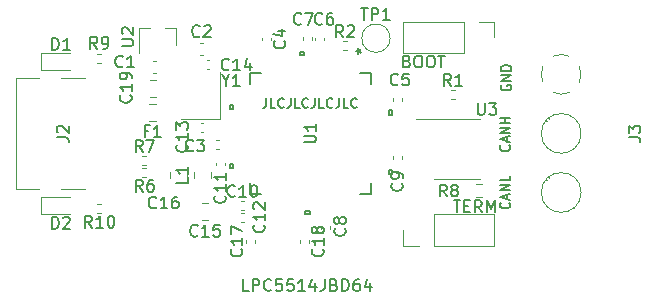
<source format=gbr>
%TF.GenerationSoftware,KiCad,Pcbnew,5.1.8*%
%TF.CreationDate,2020-12-05T00:24:13-05:00*%
%TF.ProjectId,cantankerous,63616e74-616e-46b6-9572-6f75732e6b69,rev?*%
%TF.SameCoordinates,Original*%
%TF.FileFunction,Legend,Top*%
%TF.FilePolarity,Positive*%
%FSLAX46Y46*%
G04 Gerber Fmt 4.6, Leading zero omitted, Abs format (unit mm)*
G04 Created by KiCad (PCBNEW 5.1.8) date 2020-12-05 00:24:13*
%MOMM*%
%LPD*%
G01*
G04 APERTURE LIST*
%ADD10C,0.150000*%
%ADD11C,0.120000*%
%ADD12C,0.152400*%
G04 APERTURE END LIST*
D10*
X141021261Y-102431904D02*
X141021261Y-103003333D01*
X140983166Y-103117619D01*
X140906976Y-103193809D01*
X140792690Y-103231904D01*
X140716500Y-103231904D01*
X141783166Y-103231904D02*
X141402214Y-103231904D01*
X141402214Y-102431904D01*
X142506976Y-103155714D02*
X142468880Y-103193809D01*
X142354595Y-103231904D01*
X142278404Y-103231904D01*
X142164119Y-103193809D01*
X142087928Y-103117619D01*
X142049833Y-103041428D01*
X142011738Y-102889047D01*
X142011738Y-102774761D01*
X142049833Y-102622380D01*
X142087928Y-102546190D01*
X142164119Y-102470000D01*
X142278404Y-102431904D01*
X142354595Y-102431904D01*
X142468880Y-102470000D01*
X142506976Y-102508095D01*
X143078404Y-102431904D02*
X143078404Y-103003333D01*
X143040309Y-103117619D01*
X142964119Y-103193809D01*
X142849833Y-103231904D01*
X142773642Y-103231904D01*
X143840309Y-103231904D02*
X143459357Y-103231904D01*
X143459357Y-102431904D01*
X144564119Y-103155714D02*
X144526023Y-103193809D01*
X144411738Y-103231904D01*
X144335547Y-103231904D01*
X144221261Y-103193809D01*
X144145071Y-103117619D01*
X144106976Y-103041428D01*
X144068880Y-102889047D01*
X144068880Y-102774761D01*
X144106976Y-102622380D01*
X144145071Y-102546190D01*
X144221261Y-102470000D01*
X144335547Y-102431904D01*
X144411738Y-102431904D01*
X144526023Y-102470000D01*
X144564119Y-102508095D01*
X145135547Y-102431904D02*
X145135547Y-103003333D01*
X145097452Y-103117619D01*
X145021261Y-103193809D01*
X144906976Y-103231904D01*
X144830785Y-103231904D01*
X145897452Y-103231904D02*
X145516500Y-103231904D01*
X145516500Y-102431904D01*
X146621261Y-103155714D02*
X146583166Y-103193809D01*
X146468880Y-103231904D01*
X146392690Y-103231904D01*
X146278404Y-103193809D01*
X146202214Y-103117619D01*
X146164119Y-103041428D01*
X146126023Y-102889047D01*
X146126023Y-102774761D01*
X146164119Y-102622380D01*
X146202214Y-102546190D01*
X146278404Y-102470000D01*
X146392690Y-102431904D01*
X146468880Y-102431904D01*
X146583166Y-102470000D01*
X146621261Y-102508095D01*
X147192690Y-102431904D02*
X147192690Y-103003333D01*
X147154595Y-103117619D01*
X147078404Y-103193809D01*
X146964119Y-103231904D01*
X146887928Y-103231904D01*
X147954595Y-103231904D02*
X147573642Y-103231904D01*
X147573642Y-102431904D01*
X148678404Y-103155714D02*
X148640309Y-103193809D01*
X148526023Y-103231904D01*
X148449833Y-103231904D01*
X148335547Y-103193809D01*
X148259357Y-103117619D01*
X148221261Y-103041428D01*
X148183166Y-102889047D01*
X148183166Y-102774761D01*
X148221261Y-102622380D01*
X148259357Y-102546190D01*
X148335547Y-102470000D01*
X148449833Y-102431904D01*
X148526023Y-102431904D01*
X148640309Y-102470000D01*
X148678404Y-102508095D01*
X160903500Y-101320523D02*
X160860642Y-101396714D01*
X160860642Y-101511000D01*
X160903500Y-101625285D01*
X160989214Y-101701476D01*
X161074928Y-101739571D01*
X161246357Y-101777666D01*
X161374928Y-101777666D01*
X161546357Y-101739571D01*
X161632071Y-101701476D01*
X161717785Y-101625285D01*
X161760642Y-101511000D01*
X161760642Y-101434809D01*
X161717785Y-101320523D01*
X161674928Y-101282428D01*
X161374928Y-101282428D01*
X161374928Y-101434809D01*
X161760642Y-100939571D02*
X160860642Y-100939571D01*
X161760642Y-100482428D01*
X160860642Y-100482428D01*
X161760642Y-100101476D02*
X160860642Y-100101476D01*
X160860642Y-99911000D01*
X160903500Y-99796714D01*
X160989214Y-99720523D01*
X161074928Y-99682428D01*
X161246357Y-99644333D01*
X161374928Y-99644333D01*
X161546357Y-99682428D01*
X161632071Y-99720523D01*
X161717785Y-99796714D01*
X161760642Y-99911000D01*
X161760642Y-100101476D01*
X161611428Y-106406833D02*
X161654285Y-106444928D01*
X161697142Y-106559214D01*
X161697142Y-106635404D01*
X161654285Y-106749690D01*
X161568571Y-106825880D01*
X161482857Y-106863976D01*
X161311428Y-106902071D01*
X161182857Y-106902071D01*
X161011428Y-106863976D01*
X160925714Y-106825880D01*
X160840000Y-106749690D01*
X160797142Y-106635404D01*
X160797142Y-106559214D01*
X160840000Y-106444928D01*
X160882857Y-106406833D01*
X161440000Y-106102071D02*
X161440000Y-105721119D01*
X161697142Y-106178261D02*
X160797142Y-105911595D01*
X161697142Y-105644928D01*
X161697142Y-105378261D02*
X160797142Y-105378261D01*
X161697142Y-104921119D01*
X160797142Y-104921119D01*
X161697142Y-104540166D02*
X160797142Y-104540166D01*
X161225714Y-104540166D02*
X161225714Y-104083023D01*
X161697142Y-104083023D02*
X160797142Y-104083023D01*
X161611428Y-111264595D02*
X161654285Y-111302690D01*
X161697142Y-111416976D01*
X161697142Y-111493166D01*
X161654285Y-111607452D01*
X161568571Y-111683642D01*
X161482857Y-111721738D01*
X161311428Y-111759833D01*
X161182857Y-111759833D01*
X161011428Y-111721738D01*
X160925714Y-111683642D01*
X160840000Y-111607452D01*
X160797142Y-111493166D01*
X160797142Y-111416976D01*
X160840000Y-111302690D01*
X160882857Y-111264595D01*
X161440000Y-110959833D02*
X161440000Y-110578880D01*
X161697142Y-111036023D02*
X160797142Y-110769357D01*
X161697142Y-110502690D01*
X161697142Y-110236023D02*
X160797142Y-110236023D01*
X161697142Y-109778880D01*
X160797142Y-109778880D01*
X161697142Y-109016976D02*
X161697142Y-109397928D01*
X160797142Y-109397928D01*
D11*
%TO.C,J3*%
X167669000Y-105410000D02*
G75*
G03*
X167669000Y-105410000I-1680000J0D01*
G01*
X167669000Y-110410000D02*
G75*
G03*
X167669000Y-110410000I-1680000J0D01*
G01*
X167058000Y-106685000D02*
X167012000Y-106638000D01*
X164750000Y-104376000D02*
X164715000Y-104341000D01*
X167264000Y-106480000D02*
X167228000Y-106445000D01*
X164966000Y-104183000D02*
X164920000Y-104136000D01*
X167058000Y-111685000D02*
X167012000Y-111638000D01*
X164750000Y-109376000D02*
X164715000Y-109341000D01*
X167264000Y-111480000D02*
X167228000Y-111445000D01*
X164966000Y-109183000D02*
X164920000Y-109136000D01*
X164308747Y-100438805D02*
G75*
G02*
X164454000Y-99726000I1680253J28805D01*
G01*
X165305958Y-98874574D02*
G75*
G02*
X166673000Y-98875000I683042J-1535426D01*
G01*
X167524426Y-99726958D02*
G75*
G02*
X167524000Y-101094000I-1535426J-683042D01*
G01*
X166672042Y-101945426D02*
G75*
G02*
X165305000Y-101945000I-683042J1535426D01*
G01*
X164454244Y-101093318D02*
G75*
G02*
X164309000Y-100410000I1534756J683318D01*
G01*
D12*
%TO.C,U1*%
X151384000Y-103850501D02*
X151384000Y-103469501D01*
X151638000Y-103850501D02*
X151384000Y-103850501D01*
X151638000Y-103469501D02*
X151638000Y-103850501D01*
X151384000Y-103469501D02*
X151638000Y-103469501D01*
X151384000Y-108850501D02*
X151384000Y-108469501D01*
X151638000Y-108850501D02*
X151384000Y-108850501D01*
X151638000Y-108469501D02*
X151638000Y-108850501D01*
X151384000Y-108469501D02*
X151638000Y-108469501D01*
X144720501Y-112014000D02*
X144720501Y-112268000D01*
X144339500Y-112014000D02*
X144720501Y-112014000D01*
X144339500Y-112268000D02*
X144339500Y-112014000D01*
X144720501Y-112268000D02*
X144339500Y-112268000D01*
X138176000Y-108350500D02*
X138176000Y-107969500D01*
X137922000Y-108350500D02*
X138176000Y-108350500D01*
X137922000Y-107969500D02*
X137922000Y-108350500D01*
X138176000Y-107969500D02*
X137922000Y-107969500D01*
X138176000Y-103350499D02*
X138176000Y-102969499D01*
X137922000Y-103350499D02*
X138176000Y-103350499D01*
X137922000Y-102969499D02*
X137922000Y-103350499D01*
X138176000Y-102969499D02*
X137922000Y-102969499D01*
X144220499Y-98806000D02*
X144220499Y-98552000D01*
X143839499Y-98806000D02*
X144220499Y-98806000D01*
X143839499Y-98552000D02*
X143839499Y-98806000D01*
X144220499Y-98552000D02*
X143839499Y-98552000D01*
X149910800Y-101212960D02*
X149910800Y-100279200D01*
X148977040Y-110540800D02*
X149910800Y-110540800D01*
X139649200Y-109607040D02*
X139649200Y-110540800D01*
X140582960Y-100279200D02*
X139649200Y-100279200D01*
X149910800Y-100279200D02*
X148977040Y-100279200D01*
X149910800Y-110540800D02*
X149910800Y-109607040D01*
X139649200Y-110540800D02*
X140582960Y-110540800D01*
X139649200Y-100279200D02*
X139649200Y-101212960D01*
D11*
%TO.C,Y1*%
X133820000Y-104192000D02*
X137120000Y-104192000D01*
X137120000Y-104192000D02*
X137120000Y-100192000D01*
%TO.C,C19*%
X131664252Y-102335000D02*
X131141748Y-102335000D01*
X131664252Y-100865000D02*
X131141748Y-100865000D01*
%TO.C,C2*%
X135389233Y-97724500D02*
X135681767Y-97724500D01*
X135389233Y-98744500D02*
X135681767Y-98744500D01*
%TO.C,C1*%
X131681267Y-100332000D02*
X131388733Y-100332000D01*
X131681267Y-99312000D02*
X131388733Y-99312000D01*
%TO.C,U2*%
X133403500Y-96474500D02*
X132473500Y-96474500D01*
X130243500Y-96474500D02*
X131173500Y-96474500D01*
X130243500Y-96474500D02*
X130243500Y-98634500D01*
X133403500Y-96474500D02*
X133403500Y-97934500D01*
%TO.C,R10*%
X127066621Y-112140000D02*
X126731379Y-112140000D01*
X127066621Y-111380000D02*
X126731379Y-111380000D01*
%TO.C,R9*%
X127066621Y-99440000D02*
X126731379Y-99440000D01*
X127066621Y-98680000D02*
X126731379Y-98680000D01*
%TO.C,D2*%
X124420500Y-110771000D02*
X121960500Y-110771000D01*
X121960500Y-110771000D02*
X121960500Y-112241000D01*
X121960500Y-112241000D02*
X124420500Y-112241000D01*
%TO.C,D1*%
X124420500Y-98579000D02*
X121960500Y-98579000D01*
X121960500Y-98579000D02*
X121960500Y-100049000D01*
X121960500Y-100049000D02*
X124420500Y-100049000D01*
%TO.C,C3*%
X136794165Y-106722500D02*
X137025835Y-106722500D01*
X136794165Y-106002500D02*
X137025835Y-106002500D01*
%TO.C,C4*%
X140673500Y-97297165D02*
X140673500Y-97528835D01*
X141393500Y-97297165D02*
X141393500Y-97528835D01*
%TO.C,C5*%
X152506000Y-102440665D02*
X152506000Y-102672335D01*
X151786000Y-102440665D02*
X151786000Y-102672335D01*
%TO.C,C6*%
X145182000Y-97297165D02*
X145182000Y-97528835D01*
X145902000Y-97297165D02*
X145902000Y-97528835D01*
%TO.C,C7*%
X144166000Y-97289165D02*
X144166000Y-97520835D01*
X144886000Y-97289165D02*
X144886000Y-97520835D01*
%TO.C,C8*%
X146410000Y-113467335D02*
X146410000Y-113235665D01*
X145690000Y-113467335D02*
X145690000Y-113235665D01*
%TO.C,C9*%
X151786000Y-107553835D02*
X151786000Y-107322165D01*
X152506000Y-107553835D02*
X152506000Y-107322165D01*
%TO.C,C10*%
X138881665Y-111146000D02*
X139113335Y-111146000D01*
X138881665Y-111866000D02*
X139113335Y-111866000D01*
%TO.C,C11*%
X136800000Y-108125335D02*
X136800000Y-107893665D01*
X137520000Y-108125335D02*
X137520000Y-107893665D01*
%TO.C,C12*%
X138881665Y-112882000D02*
X139113335Y-112882000D01*
X138881665Y-112162000D02*
X139113335Y-112162000D01*
%TO.C,C13*%
X135692335Y-105262000D02*
X135460665Y-105262000D01*
X135692335Y-104542000D02*
X135460665Y-104542000D01*
%TO.C,C14*%
X136200335Y-99208000D02*
X135968665Y-99208000D01*
X136200335Y-99928000D02*
X135968665Y-99928000D01*
%TO.C,C15*%
X136109252Y-111279000D02*
X135586748Y-111279000D01*
X136109252Y-112749000D02*
X135586748Y-112749000D01*
%TO.C,C16*%
X132869000Y-109205752D02*
X132869000Y-108683248D01*
X134339000Y-109205752D02*
X134339000Y-108683248D01*
%TO.C,C17*%
X140060000Y-114673835D02*
X140060000Y-114442165D01*
X139340000Y-114673835D02*
X139340000Y-114442165D01*
%TO.C,C18*%
X143912000Y-114442165D02*
X143912000Y-114673835D01*
X144632000Y-114442165D02*
X144632000Y-114673835D01*
%TO.C,F1*%
X131642752Y-102922000D02*
X131120248Y-102922000D01*
X131642752Y-104342000D02*
X131120248Y-104342000D01*
%TO.C,J2*%
X119861500Y-100710000D02*
X119861500Y-110110000D01*
X125661500Y-110110000D02*
X123661500Y-110110000D01*
X121761500Y-110110000D02*
X119861500Y-110110000D01*
X125661500Y-100710000D02*
X123661500Y-100710000D01*
X121761500Y-100710000D02*
X119861500Y-100710000D01*
%TO.C,BOOT*%
X152594000Y-95952000D02*
X152594000Y-98612000D01*
X157734000Y-95952000D02*
X152594000Y-95952000D01*
X157734000Y-98612000D02*
X152594000Y-98612000D01*
X157734000Y-95952000D02*
X157734000Y-98612000D01*
X159004000Y-95952000D02*
X160334000Y-95952000D01*
X160334000Y-95952000D02*
X160334000Y-97282000D01*
%TO.C,TERM*%
X152594000Y-114931500D02*
X152594000Y-113601500D01*
X153924000Y-114931500D02*
X152594000Y-114931500D01*
X155194000Y-114931500D02*
X155194000Y-112271500D01*
X155194000Y-112271500D02*
X160334000Y-112271500D01*
X155194000Y-114931500D02*
X160334000Y-114931500D01*
X160334000Y-114931500D02*
X160334000Y-112271500D01*
%TO.C,L1*%
X136371000Y-109205752D02*
X136371000Y-108683248D01*
X134901000Y-109205752D02*
X134901000Y-108683248D01*
%TO.C,R1*%
X156651379Y-102488000D02*
X156986621Y-102488000D01*
X156651379Y-101728000D02*
X156986621Y-101728000D01*
%TO.C,R2*%
X147533379Y-98360500D02*
X147868621Y-98360500D01*
X147533379Y-97600500D02*
X147868621Y-97600500D01*
%TO.C,R6*%
X130876621Y-109092000D02*
X130541379Y-109092000D01*
X130876621Y-108332000D02*
X130541379Y-108332000D01*
%TO.C,R7*%
X130541379Y-108076000D02*
X130876621Y-108076000D01*
X130541379Y-107316000D02*
X130876621Y-107316000D01*
%TO.C,R8*%
X158812776Y-110758500D02*
X159322224Y-110758500D01*
X158812776Y-109713500D02*
X159322224Y-109713500D01*
%TO.C,TP1*%
X151504500Y-97345500D02*
G75*
G03*
X151504500Y-97345500I-1200000J0D01*
G01*
%TO.C,U3*%
X157161000Y-104183500D02*
X153711000Y-104183500D01*
X157161000Y-104183500D02*
X159111000Y-104183500D01*
X157161000Y-109303500D02*
X155211000Y-109303500D01*
X157161000Y-109303500D02*
X159111000Y-109303500D01*
%TO.C,J3*%
D10*
X171701380Y-105743333D02*
X172415666Y-105743333D01*
X172558523Y-105790952D01*
X172653761Y-105886190D01*
X172701380Y-106029047D01*
X172701380Y-106124285D01*
X171701380Y-105362380D02*
X171701380Y-104743333D01*
X172082333Y-105076666D01*
X172082333Y-104933809D01*
X172129952Y-104838571D01*
X172177571Y-104790952D01*
X172272809Y-104743333D01*
X172510904Y-104743333D01*
X172606142Y-104790952D01*
X172653761Y-104838571D01*
X172701380Y-104933809D01*
X172701380Y-105219523D01*
X172653761Y-105314761D01*
X172606142Y-105362380D01*
%TO.C,U1*%
X144232380Y-106171904D02*
X145041904Y-106171904D01*
X145137142Y-106124285D01*
X145184761Y-106076666D01*
X145232380Y-105981428D01*
X145232380Y-105790952D01*
X145184761Y-105695714D01*
X145137142Y-105648095D01*
X145041904Y-105600476D01*
X144232380Y-105600476D01*
X145232380Y-104600476D02*
X145232380Y-105171904D01*
X145232380Y-104886190D02*
X144232380Y-104886190D01*
X144375238Y-104981428D01*
X144470476Y-105076666D01*
X144518095Y-105171904D01*
X139533928Y-118752880D02*
X139057738Y-118752880D01*
X139057738Y-117752880D01*
X139867261Y-118752880D02*
X139867261Y-117752880D01*
X140248214Y-117752880D01*
X140343452Y-117800500D01*
X140391071Y-117848119D01*
X140438690Y-117943357D01*
X140438690Y-118086214D01*
X140391071Y-118181452D01*
X140343452Y-118229071D01*
X140248214Y-118276690D01*
X139867261Y-118276690D01*
X141438690Y-118657642D02*
X141391071Y-118705261D01*
X141248214Y-118752880D01*
X141152976Y-118752880D01*
X141010119Y-118705261D01*
X140914880Y-118610023D01*
X140867261Y-118514785D01*
X140819642Y-118324309D01*
X140819642Y-118181452D01*
X140867261Y-117990976D01*
X140914880Y-117895738D01*
X141010119Y-117800500D01*
X141152976Y-117752880D01*
X141248214Y-117752880D01*
X141391071Y-117800500D01*
X141438690Y-117848119D01*
X142343452Y-117752880D02*
X141867261Y-117752880D01*
X141819642Y-118229071D01*
X141867261Y-118181452D01*
X141962500Y-118133833D01*
X142200595Y-118133833D01*
X142295833Y-118181452D01*
X142343452Y-118229071D01*
X142391071Y-118324309D01*
X142391071Y-118562404D01*
X142343452Y-118657642D01*
X142295833Y-118705261D01*
X142200595Y-118752880D01*
X141962500Y-118752880D01*
X141867261Y-118705261D01*
X141819642Y-118657642D01*
X143295833Y-117752880D02*
X142819642Y-117752880D01*
X142772023Y-118229071D01*
X142819642Y-118181452D01*
X142914880Y-118133833D01*
X143152976Y-118133833D01*
X143248214Y-118181452D01*
X143295833Y-118229071D01*
X143343452Y-118324309D01*
X143343452Y-118562404D01*
X143295833Y-118657642D01*
X143248214Y-118705261D01*
X143152976Y-118752880D01*
X142914880Y-118752880D01*
X142819642Y-118705261D01*
X142772023Y-118657642D01*
X144295833Y-118752880D02*
X143724404Y-118752880D01*
X144010119Y-118752880D02*
X144010119Y-117752880D01*
X143914880Y-117895738D01*
X143819642Y-117990976D01*
X143724404Y-118038595D01*
X145152976Y-118086214D02*
X145152976Y-118752880D01*
X144914880Y-117705261D02*
X144676785Y-118419547D01*
X145295833Y-118419547D01*
X145962500Y-117752880D02*
X145962500Y-118467166D01*
X145914880Y-118610023D01*
X145819642Y-118705261D01*
X145676785Y-118752880D01*
X145581547Y-118752880D01*
X146772023Y-118229071D02*
X146914880Y-118276690D01*
X146962500Y-118324309D01*
X147010119Y-118419547D01*
X147010119Y-118562404D01*
X146962500Y-118657642D01*
X146914880Y-118705261D01*
X146819642Y-118752880D01*
X146438690Y-118752880D01*
X146438690Y-117752880D01*
X146772023Y-117752880D01*
X146867261Y-117800500D01*
X146914880Y-117848119D01*
X146962500Y-117943357D01*
X146962500Y-118038595D01*
X146914880Y-118133833D01*
X146867261Y-118181452D01*
X146772023Y-118229071D01*
X146438690Y-118229071D01*
X147438690Y-118752880D02*
X147438690Y-117752880D01*
X147676785Y-117752880D01*
X147819642Y-117800500D01*
X147914880Y-117895738D01*
X147962500Y-117990976D01*
X148010119Y-118181452D01*
X148010119Y-118324309D01*
X147962500Y-118514785D01*
X147914880Y-118610023D01*
X147819642Y-118705261D01*
X147676785Y-118752880D01*
X147438690Y-118752880D01*
X148867261Y-117752880D02*
X148676785Y-117752880D01*
X148581547Y-117800500D01*
X148533928Y-117848119D01*
X148438690Y-117990976D01*
X148391071Y-118181452D01*
X148391071Y-118562404D01*
X148438690Y-118657642D01*
X148486309Y-118705261D01*
X148581547Y-118752880D01*
X148772023Y-118752880D01*
X148867261Y-118705261D01*
X148914880Y-118657642D01*
X148962500Y-118562404D01*
X148962500Y-118324309D01*
X148914880Y-118229071D01*
X148867261Y-118181452D01*
X148772023Y-118133833D01*
X148581547Y-118133833D01*
X148486309Y-118181452D01*
X148438690Y-118229071D01*
X148391071Y-118324309D01*
X149819642Y-118086214D02*
X149819642Y-118752880D01*
X149581547Y-117705261D02*
X149343452Y-118419547D01*
X149962500Y-118419547D01*
X148613380Y-98425000D02*
X148851476Y-98425000D01*
X148756238Y-98663095D02*
X148851476Y-98425000D01*
X148756238Y-98186904D01*
X149041952Y-98567857D02*
X148851476Y-98425000D01*
X149041952Y-98282142D01*
X148613380Y-98425000D02*
X148851476Y-98425000D01*
X148756238Y-98663095D02*
X148851476Y-98425000D01*
X148756238Y-98186904D01*
X149041952Y-98567857D02*
X148851476Y-98425000D01*
X149041952Y-98282142D01*
%TO.C,Y1*%
X137572809Y-100941190D02*
X137572809Y-101417380D01*
X137239476Y-100417380D02*
X137572809Y-100941190D01*
X137906142Y-100417380D01*
X138763285Y-101417380D02*
X138191857Y-101417380D01*
X138477571Y-101417380D02*
X138477571Y-100417380D01*
X138382333Y-100560238D01*
X138287095Y-100655476D01*
X138191857Y-100703095D01*
%TO.C,C19*%
X129516142Y-102179357D02*
X129563761Y-102226976D01*
X129611380Y-102369833D01*
X129611380Y-102465071D01*
X129563761Y-102607928D01*
X129468523Y-102703166D01*
X129373285Y-102750785D01*
X129182809Y-102798404D01*
X129039952Y-102798404D01*
X128849476Y-102750785D01*
X128754238Y-102703166D01*
X128659000Y-102607928D01*
X128611380Y-102465071D01*
X128611380Y-102369833D01*
X128659000Y-102226976D01*
X128706619Y-102179357D01*
X129611380Y-101226976D02*
X129611380Y-101798404D01*
X129611380Y-101512690D02*
X128611380Y-101512690D01*
X128754238Y-101607928D01*
X128849476Y-101703166D01*
X128897095Y-101798404D01*
X129611380Y-100750785D02*
X129611380Y-100560309D01*
X129563761Y-100465071D01*
X129516142Y-100417452D01*
X129373285Y-100322214D01*
X129182809Y-100274595D01*
X128801857Y-100274595D01*
X128706619Y-100322214D01*
X128659000Y-100369833D01*
X128611380Y-100465071D01*
X128611380Y-100655547D01*
X128659000Y-100750785D01*
X128706619Y-100798404D01*
X128801857Y-100846023D01*
X129039952Y-100846023D01*
X129135190Y-100798404D01*
X129182809Y-100750785D01*
X129230428Y-100655547D01*
X129230428Y-100465071D01*
X129182809Y-100369833D01*
X129135190Y-100322214D01*
X129039952Y-100274595D01*
%TO.C,C2*%
X135368833Y-97161642D02*
X135321214Y-97209261D01*
X135178357Y-97256880D01*
X135083119Y-97256880D01*
X134940261Y-97209261D01*
X134845023Y-97114023D01*
X134797404Y-97018785D01*
X134749785Y-96828309D01*
X134749785Y-96685452D01*
X134797404Y-96494976D01*
X134845023Y-96399738D01*
X134940261Y-96304500D01*
X135083119Y-96256880D01*
X135178357Y-96256880D01*
X135321214Y-96304500D01*
X135368833Y-96352119D01*
X135749785Y-96352119D02*
X135797404Y-96304500D01*
X135892642Y-96256880D01*
X136130738Y-96256880D01*
X136225976Y-96304500D01*
X136273595Y-96352119D01*
X136321214Y-96447357D01*
X136321214Y-96542595D01*
X136273595Y-96685452D01*
X135702166Y-97256880D01*
X136321214Y-97256880D01*
%TO.C,C1*%
X128865333Y-99734642D02*
X128817714Y-99782261D01*
X128674857Y-99829880D01*
X128579619Y-99829880D01*
X128436761Y-99782261D01*
X128341523Y-99687023D01*
X128293904Y-99591785D01*
X128246285Y-99401309D01*
X128246285Y-99258452D01*
X128293904Y-99067976D01*
X128341523Y-98972738D01*
X128436761Y-98877500D01*
X128579619Y-98829880D01*
X128674857Y-98829880D01*
X128817714Y-98877500D01*
X128865333Y-98925119D01*
X129817714Y-99829880D02*
X129246285Y-99829880D01*
X129532000Y-99829880D02*
X129532000Y-98829880D01*
X129436761Y-98972738D01*
X129341523Y-99067976D01*
X129246285Y-99115595D01*
%TO.C,U2*%
X128775880Y-97996404D02*
X129585404Y-97996404D01*
X129680642Y-97948785D01*
X129728261Y-97901166D01*
X129775880Y-97805928D01*
X129775880Y-97615452D01*
X129728261Y-97520214D01*
X129680642Y-97472595D01*
X129585404Y-97424976D01*
X128775880Y-97424976D01*
X128871119Y-96996404D02*
X128823500Y-96948785D01*
X128775880Y-96853547D01*
X128775880Y-96615452D01*
X128823500Y-96520214D01*
X128871119Y-96472595D01*
X128966357Y-96424976D01*
X129061595Y-96424976D01*
X129204452Y-96472595D01*
X129775880Y-97044023D01*
X129775880Y-96424976D01*
%TO.C,R10*%
X126256142Y-113382380D02*
X125922809Y-112906190D01*
X125684714Y-113382380D02*
X125684714Y-112382380D01*
X126065666Y-112382380D01*
X126160904Y-112430000D01*
X126208523Y-112477619D01*
X126256142Y-112572857D01*
X126256142Y-112715714D01*
X126208523Y-112810952D01*
X126160904Y-112858571D01*
X126065666Y-112906190D01*
X125684714Y-112906190D01*
X127208523Y-113382380D02*
X126637095Y-113382380D01*
X126922809Y-113382380D02*
X126922809Y-112382380D01*
X126827571Y-112525238D01*
X126732333Y-112620476D01*
X126637095Y-112668095D01*
X127827571Y-112382380D02*
X127922809Y-112382380D01*
X128018047Y-112430000D01*
X128065666Y-112477619D01*
X128113285Y-112572857D01*
X128160904Y-112763333D01*
X128160904Y-113001428D01*
X128113285Y-113191904D01*
X128065666Y-113287142D01*
X128018047Y-113334761D01*
X127922809Y-113382380D01*
X127827571Y-113382380D01*
X127732333Y-113334761D01*
X127684714Y-113287142D01*
X127637095Y-113191904D01*
X127589476Y-113001428D01*
X127589476Y-112763333D01*
X127637095Y-112572857D01*
X127684714Y-112477619D01*
X127732333Y-112430000D01*
X127827571Y-112382380D01*
%TO.C,R9*%
X126694833Y-98242380D02*
X126361500Y-97766190D01*
X126123404Y-98242380D02*
X126123404Y-97242380D01*
X126504357Y-97242380D01*
X126599595Y-97290000D01*
X126647214Y-97337619D01*
X126694833Y-97432857D01*
X126694833Y-97575714D01*
X126647214Y-97670952D01*
X126599595Y-97718571D01*
X126504357Y-97766190D01*
X126123404Y-97766190D01*
X127171023Y-98242380D02*
X127361500Y-98242380D01*
X127456738Y-98194761D01*
X127504357Y-98147142D01*
X127599595Y-98004285D01*
X127647214Y-97813809D01*
X127647214Y-97432857D01*
X127599595Y-97337619D01*
X127551976Y-97290000D01*
X127456738Y-97242380D01*
X127266261Y-97242380D01*
X127171023Y-97290000D01*
X127123404Y-97337619D01*
X127075785Y-97432857D01*
X127075785Y-97670952D01*
X127123404Y-97766190D01*
X127171023Y-97813809D01*
X127266261Y-97861428D01*
X127456738Y-97861428D01*
X127551976Y-97813809D01*
X127599595Y-97766190D01*
X127647214Y-97670952D01*
%TO.C,D2*%
X122882404Y-113482380D02*
X122882404Y-112482380D01*
X123120500Y-112482380D01*
X123263357Y-112530000D01*
X123358595Y-112625238D01*
X123406214Y-112720476D01*
X123453833Y-112910952D01*
X123453833Y-113053809D01*
X123406214Y-113244285D01*
X123358595Y-113339523D01*
X123263357Y-113434761D01*
X123120500Y-113482380D01*
X122882404Y-113482380D01*
X123834785Y-112577619D02*
X123882404Y-112530000D01*
X123977642Y-112482380D01*
X124215738Y-112482380D01*
X124310976Y-112530000D01*
X124358595Y-112577619D01*
X124406214Y-112672857D01*
X124406214Y-112768095D01*
X124358595Y-112910952D01*
X123787166Y-113482380D01*
X124406214Y-113482380D01*
%TO.C,D1*%
X122882404Y-98336380D02*
X122882404Y-97336380D01*
X123120500Y-97336380D01*
X123263357Y-97384000D01*
X123358595Y-97479238D01*
X123406214Y-97574476D01*
X123453833Y-97764952D01*
X123453833Y-97907809D01*
X123406214Y-98098285D01*
X123358595Y-98193523D01*
X123263357Y-98288761D01*
X123120500Y-98336380D01*
X122882404Y-98336380D01*
X124406214Y-98336380D02*
X123834785Y-98336380D01*
X124120500Y-98336380D02*
X124120500Y-97336380D01*
X124025261Y-97479238D01*
X123930023Y-97574476D01*
X123834785Y-97622095D01*
%TO.C,C3*%
X134834333Y-106846642D02*
X134786714Y-106894261D01*
X134643857Y-106941880D01*
X134548619Y-106941880D01*
X134405761Y-106894261D01*
X134310523Y-106799023D01*
X134262904Y-106703785D01*
X134215285Y-106513309D01*
X134215285Y-106370452D01*
X134262904Y-106179976D01*
X134310523Y-106084738D01*
X134405761Y-105989500D01*
X134548619Y-105941880D01*
X134643857Y-105941880D01*
X134786714Y-105989500D01*
X134834333Y-106037119D01*
X135167666Y-105941880D02*
X135786714Y-105941880D01*
X135453380Y-106322833D01*
X135596238Y-106322833D01*
X135691476Y-106370452D01*
X135739095Y-106418071D01*
X135786714Y-106513309D01*
X135786714Y-106751404D01*
X135739095Y-106846642D01*
X135691476Y-106894261D01*
X135596238Y-106941880D01*
X135310523Y-106941880D01*
X135215285Y-106894261D01*
X135167666Y-106846642D01*
%TO.C,C4*%
X142550642Y-97579666D02*
X142598261Y-97627285D01*
X142645880Y-97770142D01*
X142645880Y-97865380D01*
X142598261Y-98008238D01*
X142503023Y-98103476D01*
X142407785Y-98151095D01*
X142217309Y-98198714D01*
X142074452Y-98198714D01*
X141883976Y-98151095D01*
X141788738Y-98103476D01*
X141693500Y-98008238D01*
X141645880Y-97865380D01*
X141645880Y-97770142D01*
X141693500Y-97627285D01*
X141741119Y-97579666D01*
X141979214Y-96722523D02*
X142645880Y-96722523D01*
X141598261Y-96960619D02*
X142312547Y-97198714D01*
X142312547Y-96579666D01*
%TO.C,C5*%
X152169833Y-101258642D02*
X152122214Y-101306261D01*
X151979357Y-101353880D01*
X151884119Y-101353880D01*
X151741261Y-101306261D01*
X151646023Y-101211023D01*
X151598404Y-101115785D01*
X151550785Y-100925309D01*
X151550785Y-100782452D01*
X151598404Y-100591976D01*
X151646023Y-100496738D01*
X151741261Y-100401500D01*
X151884119Y-100353880D01*
X151979357Y-100353880D01*
X152122214Y-100401500D01*
X152169833Y-100449119D01*
X153074595Y-100353880D02*
X152598404Y-100353880D01*
X152550785Y-100830071D01*
X152598404Y-100782452D01*
X152693642Y-100734833D01*
X152931738Y-100734833D01*
X153026976Y-100782452D01*
X153074595Y-100830071D01*
X153122214Y-100925309D01*
X153122214Y-101163404D01*
X153074595Y-101258642D01*
X153026976Y-101306261D01*
X152931738Y-101353880D01*
X152693642Y-101353880D01*
X152598404Y-101306261D01*
X152550785Y-101258642D01*
%TO.C,C6*%
X145756333Y-96115142D02*
X145708714Y-96162761D01*
X145565857Y-96210380D01*
X145470619Y-96210380D01*
X145327761Y-96162761D01*
X145232523Y-96067523D01*
X145184904Y-95972285D01*
X145137285Y-95781809D01*
X145137285Y-95638952D01*
X145184904Y-95448476D01*
X145232523Y-95353238D01*
X145327761Y-95258000D01*
X145470619Y-95210380D01*
X145565857Y-95210380D01*
X145708714Y-95258000D01*
X145756333Y-95305619D01*
X146613476Y-95210380D02*
X146423000Y-95210380D01*
X146327761Y-95258000D01*
X146280142Y-95305619D01*
X146184904Y-95448476D01*
X146137285Y-95638952D01*
X146137285Y-96019904D01*
X146184904Y-96115142D01*
X146232523Y-96162761D01*
X146327761Y-96210380D01*
X146518238Y-96210380D01*
X146613476Y-96162761D01*
X146661095Y-96115142D01*
X146708714Y-96019904D01*
X146708714Y-95781809D01*
X146661095Y-95686571D01*
X146613476Y-95638952D01*
X146518238Y-95591333D01*
X146327761Y-95591333D01*
X146232523Y-95638952D01*
X146184904Y-95686571D01*
X146137285Y-95781809D01*
%TO.C,C7*%
X143978333Y-96115142D02*
X143930714Y-96162761D01*
X143787857Y-96210380D01*
X143692619Y-96210380D01*
X143549761Y-96162761D01*
X143454523Y-96067523D01*
X143406904Y-95972285D01*
X143359285Y-95781809D01*
X143359285Y-95638952D01*
X143406904Y-95448476D01*
X143454523Y-95353238D01*
X143549761Y-95258000D01*
X143692619Y-95210380D01*
X143787857Y-95210380D01*
X143930714Y-95258000D01*
X143978333Y-95305619D01*
X144311666Y-95210380D02*
X144978333Y-95210380D01*
X144549761Y-96210380D01*
%TO.C,C8*%
X147677142Y-113450666D02*
X147724761Y-113498285D01*
X147772380Y-113641142D01*
X147772380Y-113736380D01*
X147724761Y-113879238D01*
X147629523Y-113974476D01*
X147534285Y-114022095D01*
X147343809Y-114069714D01*
X147200952Y-114069714D01*
X147010476Y-114022095D01*
X146915238Y-113974476D01*
X146820000Y-113879238D01*
X146772380Y-113736380D01*
X146772380Y-113641142D01*
X146820000Y-113498285D01*
X146867619Y-113450666D01*
X147200952Y-112879238D02*
X147153333Y-112974476D01*
X147105714Y-113022095D01*
X147010476Y-113069714D01*
X146962857Y-113069714D01*
X146867619Y-113022095D01*
X146820000Y-112974476D01*
X146772380Y-112879238D01*
X146772380Y-112688761D01*
X146820000Y-112593523D01*
X146867619Y-112545904D01*
X146962857Y-112498285D01*
X147010476Y-112498285D01*
X147105714Y-112545904D01*
X147153333Y-112593523D01*
X147200952Y-112688761D01*
X147200952Y-112879238D01*
X147248571Y-112974476D01*
X147296190Y-113022095D01*
X147391428Y-113069714D01*
X147581904Y-113069714D01*
X147677142Y-113022095D01*
X147724761Y-112974476D01*
X147772380Y-112879238D01*
X147772380Y-112688761D01*
X147724761Y-112593523D01*
X147677142Y-112545904D01*
X147581904Y-112498285D01*
X147391428Y-112498285D01*
X147296190Y-112545904D01*
X147248571Y-112593523D01*
X147200952Y-112688761D01*
%TO.C,C9*%
X152503142Y-109640666D02*
X152550761Y-109688285D01*
X152598380Y-109831142D01*
X152598380Y-109926380D01*
X152550761Y-110069238D01*
X152455523Y-110164476D01*
X152360285Y-110212095D01*
X152169809Y-110259714D01*
X152026952Y-110259714D01*
X151836476Y-110212095D01*
X151741238Y-110164476D01*
X151646000Y-110069238D01*
X151598380Y-109926380D01*
X151598380Y-109831142D01*
X151646000Y-109688285D01*
X151693619Y-109640666D01*
X152598380Y-109164476D02*
X152598380Y-108974000D01*
X152550761Y-108878761D01*
X152503142Y-108831142D01*
X152360285Y-108735904D01*
X152169809Y-108688285D01*
X151788857Y-108688285D01*
X151693619Y-108735904D01*
X151646000Y-108783523D01*
X151598380Y-108878761D01*
X151598380Y-109069238D01*
X151646000Y-109164476D01*
X151693619Y-109212095D01*
X151788857Y-109259714D01*
X152026952Y-109259714D01*
X152122190Y-109212095D01*
X152169809Y-109164476D01*
X152217428Y-109069238D01*
X152217428Y-108878761D01*
X152169809Y-108783523D01*
X152122190Y-108735904D01*
X152026952Y-108688285D01*
%TO.C,C10*%
X138354642Y-110703142D02*
X138307023Y-110750761D01*
X138164166Y-110798380D01*
X138068928Y-110798380D01*
X137926071Y-110750761D01*
X137830833Y-110655523D01*
X137783214Y-110560285D01*
X137735595Y-110369809D01*
X137735595Y-110226952D01*
X137783214Y-110036476D01*
X137830833Y-109941238D01*
X137926071Y-109846000D01*
X138068928Y-109798380D01*
X138164166Y-109798380D01*
X138307023Y-109846000D01*
X138354642Y-109893619D01*
X139307023Y-110798380D02*
X138735595Y-110798380D01*
X139021309Y-110798380D02*
X139021309Y-109798380D01*
X138926071Y-109941238D01*
X138830833Y-110036476D01*
X138735595Y-110084095D01*
X139926071Y-109798380D02*
X140021309Y-109798380D01*
X140116547Y-109846000D01*
X140164166Y-109893619D01*
X140211785Y-109988857D01*
X140259404Y-110179333D01*
X140259404Y-110417428D01*
X140211785Y-110607904D01*
X140164166Y-110703142D01*
X140116547Y-110750761D01*
X140021309Y-110798380D01*
X139926071Y-110798380D01*
X139830833Y-110750761D01*
X139783214Y-110703142D01*
X139735595Y-110607904D01*
X139687976Y-110417428D01*
X139687976Y-110179333D01*
X139735595Y-109988857D01*
X139783214Y-109893619D01*
X139830833Y-109846000D01*
X139926071Y-109798380D01*
%TO.C,C11*%
X137517142Y-110688357D02*
X137564761Y-110735976D01*
X137612380Y-110878833D01*
X137612380Y-110974071D01*
X137564761Y-111116928D01*
X137469523Y-111212166D01*
X137374285Y-111259785D01*
X137183809Y-111307404D01*
X137040952Y-111307404D01*
X136850476Y-111259785D01*
X136755238Y-111212166D01*
X136660000Y-111116928D01*
X136612380Y-110974071D01*
X136612380Y-110878833D01*
X136660000Y-110735976D01*
X136707619Y-110688357D01*
X137612380Y-109735976D02*
X137612380Y-110307404D01*
X137612380Y-110021690D02*
X136612380Y-110021690D01*
X136755238Y-110116928D01*
X136850476Y-110212166D01*
X136898095Y-110307404D01*
X137612380Y-108783595D02*
X137612380Y-109355023D01*
X137612380Y-109069309D02*
X136612380Y-109069309D01*
X136755238Y-109164547D01*
X136850476Y-109259785D01*
X136898095Y-109355023D01*
%TO.C,C12*%
X140819142Y-113164857D02*
X140866761Y-113212476D01*
X140914380Y-113355333D01*
X140914380Y-113450571D01*
X140866761Y-113593428D01*
X140771523Y-113688666D01*
X140676285Y-113736285D01*
X140485809Y-113783904D01*
X140342952Y-113783904D01*
X140152476Y-113736285D01*
X140057238Y-113688666D01*
X139962000Y-113593428D01*
X139914380Y-113450571D01*
X139914380Y-113355333D01*
X139962000Y-113212476D01*
X140009619Y-113164857D01*
X140914380Y-112212476D02*
X140914380Y-112783904D01*
X140914380Y-112498190D02*
X139914380Y-112498190D01*
X140057238Y-112593428D01*
X140152476Y-112688666D01*
X140200095Y-112783904D01*
X140009619Y-111831523D02*
X139962000Y-111783904D01*
X139914380Y-111688666D01*
X139914380Y-111450571D01*
X139962000Y-111355333D01*
X140009619Y-111307714D01*
X140104857Y-111260095D01*
X140200095Y-111260095D01*
X140342952Y-111307714D01*
X140914380Y-111879142D01*
X140914380Y-111260095D01*
%TO.C,C13*%
X134278642Y-106370357D02*
X134326261Y-106417976D01*
X134373880Y-106560833D01*
X134373880Y-106656071D01*
X134326261Y-106798928D01*
X134231023Y-106894166D01*
X134135785Y-106941785D01*
X133945309Y-106989404D01*
X133802452Y-106989404D01*
X133611976Y-106941785D01*
X133516738Y-106894166D01*
X133421500Y-106798928D01*
X133373880Y-106656071D01*
X133373880Y-106560833D01*
X133421500Y-106417976D01*
X133469119Y-106370357D01*
X134373880Y-105417976D02*
X134373880Y-105989404D01*
X134373880Y-105703690D02*
X133373880Y-105703690D01*
X133516738Y-105798928D01*
X133611976Y-105894166D01*
X133659595Y-105989404D01*
X133373880Y-105084642D02*
X133373880Y-104465595D01*
X133754833Y-104798928D01*
X133754833Y-104656071D01*
X133802452Y-104560833D01*
X133850071Y-104513214D01*
X133945309Y-104465595D01*
X134183404Y-104465595D01*
X134278642Y-104513214D01*
X134326261Y-104560833D01*
X134373880Y-104656071D01*
X134373880Y-104941785D01*
X134326261Y-105037023D01*
X134278642Y-105084642D01*
%TO.C,C14*%
X137850642Y-99988642D02*
X137803023Y-100036261D01*
X137660166Y-100083880D01*
X137564928Y-100083880D01*
X137422071Y-100036261D01*
X137326833Y-99941023D01*
X137279214Y-99845785D01*
X137231595Y-99655309D01*
X137231595Y-99512452D01*
X137279214Y-99321976D01*
X137326833Y-99226738D01*
X137422071Y-99131500D01*
X137564928Y-99083880D01*
X137660166Y-99083880D01*
X137803023Y-99131500D01*
X137850642Y-99179119D01*
X138803023Y-100083880D02*
X138231595Y-100083880D01*
X138517309Y-100083880D02*
X138517309Y-99083880D01*
X138422071Y-99226738D01*
X138326833Y-99321976D01*
X138231595Y-99369595D01*
X139660166Y-99417214D02*
X139660166Y-100083880D01*
X139422071Y-99036261D02*
X139183976Y-99750547D01*
X139803023Y-99750547D01*
%TO.C,C15*%
X135205142Y-114051142D02*
X135157523Y-114098761D01*
X135014666Y-114146380D01*
X134919428Y-114146380D01*
X134776571Y-114098761D01*
X134681333Y-114003523D01*
X134633714Y-113908285D01*
X134586095Y-113717809D01*
X134586095Y-113574952D01*
X134633714Y-113384476D01*
X134681333Y-113289238D01*
X134776571Y-113194000D01*
X134919428Y-113146380D01*
X135014666Y-113146380D01*
X135157523Y-113194000D01*
X135205142Y-113241619D01*
X136157523Y-114146380D02*
X135586095Y-114146380D01*
X135871809Y-114146380D02*
X135871809Y-113146380D01*
X135776571Y-113289238D01*
X135681333Y-113384476D01*
X135586095Y-113432095D01*
X137062285Y-113146380D02*
X136586095Y-113146380D01*
X136538476Y-113622571D01*
X136586095Y-113574952D01*
X136681333Y-113527333D01*
X136919428Y-113527333D01*
X137014666Y-113574952D01*
X137062285Y-113622571D01*
X137109904Y-113717809D01*
X137109904Y-113955904D01*
X137062285Y-114051142D01*
X137014666Y-114098761D01*
X136919428Y-114146380D01*
X136681333Y-114146380D01*
X136586095Y-114098761D01*
X136538476Y-114051142D01*
%TO.C,C16*%
X131691142Y-111672642D02*
X131643523Y-111720261D01*
X131500666Y-111767880D01*
X131405428Y-111767880D01*
X131262571Y-111720261D01*
X131167333Y-111625023D01*
X131119714Y-111529785D01*
X131072095Y-111339309D01*
X131072095Y-111196452D01*
X131119714Y-111005976D01*
X131167333Y-110910738D01*
X131262571Y-110815500D01*
X131405428Y-110767880D01*
X131500666Y-110767880D01*
X131643523Y-110815500D01*
X131691142Y-110863119D01*
X132643523Y-111767880D02*
X132072095Y-111767880D01*
X132357809Y-111767880D02*
X132357809Y-110767880D01*
X132262571Y-110910738D01*
X132167333Y-111005976D01*
X132072095Y-111053595D01*
X133500666Y-110767880D02*
X133310190Y-110767880D01*
X133214952Y-110815500D01*
X133167333Y-110863119D01*
X133072095Y-111005976D01*
X133024476Y-111196452D01*
X133024476Y-111577404D01*
X133072095Y-111672642D01*
X133119714Y-111720261D01*
X133214952Y-111767880D01*
X133405428Y-111767880D01*
X133500666Y-111720261D01*
X133548285Y-111672642D01*
X133595904Y-111577404D01*
X133595904Y-111339309D01*
X133548285Y-111244071D01*
X133500666Y-111196452D01*
X133405428Y-111148833D01*
X133214952Y-111148833D01*
X133119714Y-111196452D01*
X133072095Y-111244071D01*
X133024476Y-111339309D01*
%TO.C,C17*%
X138897142Y-115200857D02*
X138944761Y-115248476D01*
X138992380Y-115391333D01*
X138992380Y-115486571D01*
X138944761Y-115629428D01*
X138849523Y-115724666D01*
X138754285Y-115772285D01*
X138563809Y-115819904D01*
X138420952Y-115819904D01*
X138230476Y-115772285D01*
X138135238Y-115724666D01*
X138040000Y-115629428D01*
X137992380Y-115486571D01*
X137992380Y-115391333D01*
X138040000Y-115248476D01*
X138087619Y-115200857D01*
X138992380Y-114248476D02*
X138992380Y-114819904D01*
X138992380Y-114534190D02*
X137992380Y-114534190D01*
X138135238Y-114629428D01*
X138230476Y-114724666D01*
X138278095Y-114819904D01*
X137992380Y-113915142D02*
X137992380Y-113248476D01*
X138992380Y-113677047D01*
%TO.C,C18*%
X145789142Y-115200857D02*
X145836761Y-115248476D01*
X145884380Y-115391333D01*
X145884380Y-115486571D01*
X145836761Y-115629428D01*
X145741523Y-115724666D01*
X145646285Y-115772285D01*
X145455809Y-115819904D01*
X145312952Y-115819904D01*
X145122476Y-115772285D01*
X145027238Y-115724666D01*
X144932000Y-115629428D01*
X144884380Y-115486571D01*
X144884380Y-115391333D01*
X144932000Y-115248476D01*
X144979619Y-115200857D01*
X145884380Y-114248476D02*
X145884380Y-114819904D01*
X145884380Y-114534190D02*
X144884380Y-114534190D01*
X145027238Y-114629428D01*
X145122476Y-114724666D01*
X145170095Y-114819904D01*
X145312952Y-113677047D02*
X145265333Y-113772285D01*
X145217714Y-113819904D01*
X145122476Y-113867523D01*
X145074857Y-113867523D01*
X144979619Y-113819904D01*
X144932000Y-113772285D01*
X144884380Y-113677047D01*
X144884380Y-113486571D01*
X144932000Y-113391333D01*
X144979619Y-113343714D01*
X145074857Y-113296095D01*
X145122476Y-113296095D01*
X145217714Y-113343714D01*
X145265333Y-113391333D01*
X145312952Y-113486571D01*
X145312952Y-113677047D01*
X145360571Y-113772285D01*
X145408190Y-113819904D01*
X145503428Y-113867523D01*
X145693904Y-113867523D01*
X145789142Y-113819904D01*
X145836761Y-113772285D01*
X145884380Y-113677047D01*
X145884380Y-113486571D01*
X145836761Y-113391333D01*
X145789142Y-113343714D01*
X145693904Y-113296095D01*
X145503428Y-113296095D01*
X145408190Y-113343714D01*
X145360571Y-113391333D01*
X145312952Y-113486571D01*
%TO.C,F1*%
X131048166Y-105210571D02*
X130714833Y-105210571D01*
X130714833Y-105734380D02*
X130714833Y-104734380D01*
X131191023Y-104734380D01*
X132095785Y-105734380D02*
X131524357Y-105734380D01*
X131810071Y-105734380D02*
X131810071Y-104734380D01*
X131714833Y-104877238D01*
X131619595Y-104972476D01*
X131524357Y-105020095D01*
%TO.C,J2*%
X123277380Y-105743333D02*
X123991666Y-105743333D01*
X124134523Y-105790952D01*
X124229761Y-105886190D01*
X124277380Y-106029047D01*
X124277380Y-106124285D01*
X123372619Y-105314761D02*
X123325000Y-105267142D01*
X123277380Y-105171904D01*
X123277380Y-104933809D01*
X123325000Y-104838571D01*
X123372619Y-104790952D01*
X123467857Y-104743333D01*
X123563095Y-104743333D01*
X123705952Y-104790952D01*
X124277380Y-105362380D01*
X124277380Y-104743333D01*
%TO.C,BOOT*%
X152947857Y-99306071D02*
X153090714Y-99353690D01*
X153138333Y-99401309D01*
X153185952Y-99496547D01*
X153185952Y-99639404D01*
X153138333Y-99734642D01*
X153090714Y-99782261D01*
X152995476Y-99829880D01*
X152614523Y-99829880D01*
X152614523Y-98829880D01*
X152947857Y-98829880D01*
X153043095Y-98877500D01*
X153090714Y-98925119D01*
X153138333Y-99020357D01*
X153138333Y-99115595D01*
X153090714Y-99210833D01*
X153043095Y-99258452D01*
X152947857Y-99306071D01*
X152614523Y-99306071D01*
X153805000Y-98829880D02*
X153995476Y-98829880D01*
X154090714Y-98877500D01*
X154185952Y-98972738D01*
X154233571Y-99163214D01*
X154233571Y-99496547D01*
X154185952Y-99687023D01*
X154090714Y-99782261D01*
X153995476Y-99829880D01*
X153805000Y-99829880D01*
X153709761Y-99782261D01*
X153614523Y-99687023D01*
X153566904Y-99496547D01*
X153566904Y-99163214D01*
X153614523Y-98972738D01*
X153709761Y-98877500D01*
X153805000Y-98829880D01*
X154852619Y-98829880D02*
X155043095Y-98829880D01*
X155138333Y-98877500D01*
X155233571Y-98972738D01*
X155281190Y-99163214D01*
X155281190Y-99496547D01*
X155233571Y-99687023D01*
X155138333Y-99782261D01*
X155043095Y-99829880D01*
X154852619Y-99829880D01*
X154757380Y-99782261D01*
X154662142Y-99687023D01*
X154614523Y-99496547D01*
X154614523Y-99163214D01*
X154662142Y-98972738D01*
X154757380Y-98877500D01*
X154852619Y-98829880D01*
X155566904Y-98829880D02*
X156138333Y-98829880D01*
X155852619Y-99829880D02*
X155852619Y-98829880D01*
%TO.C,TERM*%
X156876976Y-111085380D02*
X157448404Y-111085380D01*
X157162690Y-112085380D02*
X157162690Y-111085380D01*
X157781738Y-111561571D02*
X158115071Y-111561571D01*
X158257928Y-112085380D02*
X157781738Y-112085380D01*
X157781738Y-111085380D01*
X158257928Y-111085380D01*
X159257928Y-112085380D02*
X158924595Y-111609190D01*
X158686500Y-112085380D02*
X158686500Y-111085380D01*
X159067452Y-111085380D01*
X159162690Y-111133000D01*
X159210309Y-111180619D01*
X159257928Y-111275857D01*
X159257928Y-111418714D01*
X159210309Y-111513952D01*
X159162690Y-111561571D01*
X159067452Y-111609190D01*
X158686500Y-111609190D01*
X159686500Y-112085380D02*
X159686500Y-111085380D01*
X160019833Y-111799666D01*
X160353166Y-111085380D01*
X160353166Y-112085380D01*
%TO.C,L1*%
X134408380Y-109111166D02*
X134408380Y-109587357D01*
X133408380Y-109587357D01*
X134408380Y-108254023D02*
X134408380Y-108825452D01*
X134408380Y-108539738D02*
X133408380Y-108539738D01*
X133551238Y-108634976D01*
X133646476Y-108730214D01*
X133694095Y-108825452D01*
%TO.C,R1*%
X156652333Y-101390380D02*
X156319000Y-100914190D01*
X156080904Y-101390380D02*
X156080904Y-100390380D01*
X156461857Y-100390380D01*
X156557095Y-100438000D01*
X156604714Y-100485619D01*
X156652333Y-100580857D01*
X156652333Y-100723714D01*
X156604714Y-100818952D01*
X156557095Y-100866571D01*
X156461857Y-100914190D01*
X156080904Y-100914190D01*
X157604714Y-101390380D02*
X157033285Y-101390380D01*
X157319000Y-101390380D02*
X157319000Y-100390380D01*
X157223761Y-100533238D01*
X157128523Y-100628476D01*
X157033285Y-100676095D01*
%TO.C,R2*%
X147534333Y-97262880D02*
X147201000Y-96786690D01*
X146962904Y-97262880D02*
X146962904Y-96262880D01*
X147343857Y-96262880D01*
X147439095Y-96310500D01*
X147486714Y-96358119D01*
X147534333Y-96453357D01*
X147534333Y-96596214D01*
X147486714Y-96691452D01*
X147439095Y-96739071D01*
X147343857Y-96786690D01*
X146962904Y-96786690D01*
X147915285Y-96358119D02*
X147962904Y-96310500D01*
X148058142Y-96262880D01*
X148296238Y-96262880D01*
X148391476Y-96310500D01*
X148439095Y-96358119D01*
X148486714Y-96453357D01*
X148486714Y-96548595D01*
X148439095Y-96691452D01*
X147867666Y-97262880D01*
X148486714Y-97262880D01*
%TO.C,R6*%
X130542333Y-110334380D02*
X130209000Y-109858190D01*
X129970904Y-110334380D02*
X129970904Y-109334380D01*
X130351857Y-109334380D01*
X130447095Y-109382000D01*
X130494714Y-109429619D01*
X130542333Y-109524857D01*
X130542333Y-109667714D01*
X130494714Y-109762952D01*
X130447095Y-109810571D01*
X130351857Y-109858190D01*
X129970904Y-109858190D01*
X131399476Y-109334380D02*
X131209000Y-109334380D01*
X131113761Y-109382000D01*
X131066142Y-109429619D01*
X130970904Y-109572476D01*
X130923285Y-109762952D01*
X130923285Y-110143904D01*
X130970904Y-110239142D01*
X131018523Y-110286761D01*
X131113761Y-110334380D01*
X131304238Y-110334380D01*
X131399476Y-110286761D01*
X131447095Y-110239142D01*
X131494714Y-110143904D01*
X131494714Y-109905809D01*
X131447095Y-109810571D01*
X131399476Y-109762952D01*
X131304238Y-109715333D01*
X131113761Y-109715333D01*
X131018523Y-109762952D01*
X130970904Y-109810571D01*
X130923285Y-109905809D01*
%TO.C,R7*%
X130542333Y-106978380D02*
X130209000Y-106502190D01*
X129970904Y-106978380D02*
X129970904Y-105978380D01*
X130351857Y-105978380D01*
X130447095Y-106026000D01*
X130494714Y-106073619D01*
X130542333Y-106168857D01*
X130542333Y-106311714D01*
X130494714Y-106406952D01*
X130447095Y-106454571D01*
X130351857Y-106502190D01*
X129970904Y-106502190D01*
X130875666Y-105978380D02*
X131542333Y-105978380D01*
X131113761Y-106978380D01*
%TO.C,R8*%
X156297333Y-110751880D02*
X155964000Y-110275690D01*
X155725904Y-110751880D02*
X155725904Y-109751880D01*
X156106857Y-109751880D01*
X156202095Y-109799500D01*
X156249714Y-109847119D01*
X156297333Y-109942357D01*
X156297333Y-110085214D01*
X156249714Y-110180452D01*
X156202095Y-110228071D01*
X156106857Y-110275690D01*
X155725904Y-110275690D01*
X156868761Y-110180452D02*
X156773523Y-110132833D01*
X156725904Y-110085214D01*
X156678285Y-109989976D01*
X156678285Y-109942357D01*
X156725904Y-109847119D01*
X156773523Y-109799500D01*
X156868761Y-109751880D01*
X157059238Y-109751880D01*
X157154476Y-109799500D01*
X157202095Y-109847119D01*
X157249714Y-109942357D01*
X157249714Y-109989976D01*
X157202095Y-110085214D01*
X157154476Y-110132833D01*
X157059238Y-110180452D01*
X156868761Y-110180452D01*
X156773523Y-110228071D01*
X156725904Y-110275690D01*
X156678285Y-110370928D01*
X156678285Y-110561404D01*
X156725904Y-110656642D01*
X156773523Y-110704261D01*
X156868761Y-110751880D01*
X157059238Y-110751880D01*
X157154476Y-110704261D01*
X157202095Y-110656642D01*
X157249714Y-110561404D01*
X157249714Y-110370928D01*
X157202095Y-110275690D01*
X157154476Y-110228071D01*
X157059238Y-110180452D01*
%TO.C,TP1*%
X149042595Y-94799880D02*
X149614023Y-94799880D01*
X149328309Y-95799880D02*
X149328309Y-94799880D01*
X149947357Y-95799880D02*
X149947357Y-94799880D01*
X150328309Y-94799880D01*
X150423547Y-94847500D01*
X150471166Y-94895119D01*
X150518785Y-94990357D01*
X150518785Y-95133214D01*
X150471166Y-95228452D01*
X150423547Y-95276071D01*
X150328309Y-95323690D01*
X149947357Y-95323690D01*
X151471166Y-95799880D02*
X150899738Y-95799880D01*
X151185452Y-95799880D02*
X151185452Y-94799880D01*
X151090214Y-94942738D01*
X150994976Y-95037976D01*
X150899738Y-95085595D01*
%TO.C,U3*%
X158940595Y-102830380D02*
X158940595Y-103639904D01*
X158988214Y-103735142D01*
X159035833Y-103782761D01*
X159131071Y-103830380D01*
X159321547Y-103830380D01*
X159416785Y-103782761D01*
X159464404Y-103735142D01*
X159512023Y-103639904D01*
X159512023Y-102830380D01*
X159892976Y-102830380D02*
X160512023Y-102830380D01*
X160178690Y-103211333D01*
X160321547Y-103211333D01*
X160416785Y-103258952D01*
X160464404Y-103306571D01*
X160512023Y-103401809D01*
X160512023Y-103639904D01*
X160464404Y-103735142D01*
X160416785Y-103782761D01*
X160321547Y-103830380D01*
X160035833Y-103830380D01*
X159940595Y-103782761D01*
X159892976Y-103735142D01*
%TD*%
M02*

</source>
